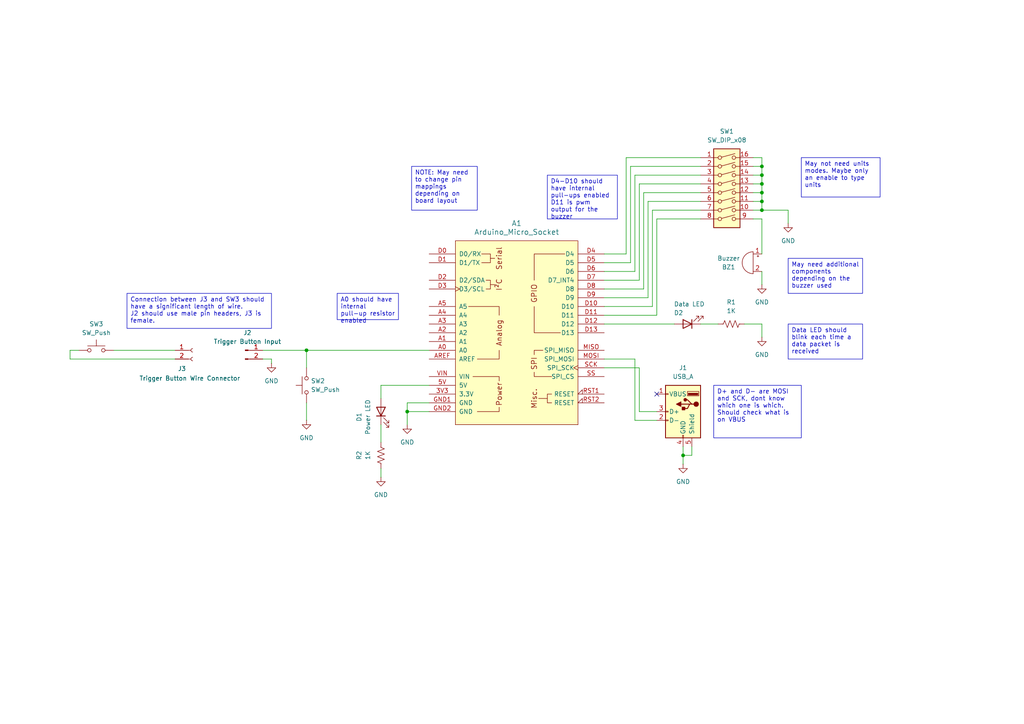
<source format=kicad_sch>
(kicad_sch (version 20231120) (generator "eeschema") (generator_version "8.0")
  (paper "A4")
  (lib_symbols
    (symbol "Connector:Conn_01x02_Pin" (pin_names (offset 1.016) hide)
      (property "Reference" "J" (at 0 2.54 0))
      (property "Value" "Conn_01x02_Pin" (at 0 -5.08 0))
      (symbol "Conn_01x02_Pin_1_1"
        (polyline (pts (xy 1.27 -2.54) (xy 0.8636 -2.54)) (stroke (width 0.1524)))
        (polyline (pts (xy 1.27 0) (xy 0.8636 0)) (stroke (width 0.1524)))
        (rectangle (start 0.8636 -2.413) (end 0 -2.667) (stroke (width 0.1524)) (fill (type outline)))
        (rectangle (start 0.8636 0.127) (end 0 -0.127) (stroke (width 0.1524)) (fill (type outline)))
        (pin passive line (at 5.08 0 180) (length 3.81) (name "Pin_1") (number "1"))
        (pin passive line (at 5.08 -2.54 180) (length 3.81) (name "Pin_2") (number "2"))
      )
    )
    (symbol "Connector:Conn_01x02_Socket" (pin_names (offset 1.016) hide)
      (property "Reference" "J" (at 0 2.54 0))
      (property "Value" "Conn_01x02_Socket" (at 0 -5.08 0))
      (symbol "Conn_01x02_Socket_1_1"
        (arc (start 0 -2.032) (mid -0.5058 -2.54) (end 0 -3.048) (stroke (width 0.1524)))
        (polyline (pts (xy -1.27 -2.54) (xy -0.508 -2.54)) (stroke (width 0.1524)))
        (polyline (pts (xy -1.27 0) (xy -0.508 0)) (stroke (width 0.1524)))
        (arc (start 0 0.508) (mid -0.5058 0) (end 0 -0.508) (stroke (width 0.1524)))
        (pin passive line (at -5.08 0 0) (length 3.81) (name "Pin_1") (number "1"))
        (pin passive line (at -5.08 -2.54 0) (length 3.81) (name "Pin_2") (number "2"))
      )
    )
    (symbol "Connector:USB_A" (pin_names (offset 1.016))
      (property "Reference" "J" (at -5.08 11.43 0))
      (property "Value" "USB_A" (at -5.08 8.89 0))
      (symbol "USB_A_0_1"
        (rectangle (start -5.08 -7.62) (end 5.08 7.62) (stroke (width 0.254)) (fill (type background)))
        (circle (center -3.81 2.159) (radius 0.635) (stroke (width 0.254)) (fill (type outline)))
        (rectangle (start -1.524 4.826) (end -4.318 5.334) (fill (type outline)))
        (rectangle (start -1.27 4.572) (end -4.572 5.842))
        (circle (center -0.635 3.429) (radius 0.381) (stroke (width 0.254)) (fill (type outline)))
        (rectangle (start -0.127 -7.62) (end 0.127 -6.858))
        (polyline (pts (xy -3.175 2.159) (xy -2.54 2.159) (xy -1.27 3.429) (xy -0.635 3.429)) (stroke (width 0.254)))
        (polyline (pts (xy -2.54 2.159) (xy -1.905 2.159) (xy -1.27 0.889) (xy 0 0.889)) (stroke (width 0.254)))
        (polyline (pts (xy 0.635 2.794) (xy 0.635 1.524) (xy 1.905 2.159) (xy 0.635 2.794)) (stroke (width 0.254)) (fill (type outline)))
        (rectangle (start 0.254 1.27) (end -0.508 0.508) (stroke (width 0.254)) (fill (type outline)))
        (rectangle (start 5.08 -2.667) (end 4.318 -2.413))
        (rectangle (start 5.08 -0.127) (end 4.318 0.127))
        (rectangle (start 5.08 4.953) (end 4.318 5.207))
      )
      (symbol "USB_A_1_1"
        (polyline (pts (xy -1.905 2.159) (xy 0.635 2.159)) (stroke (width 0.254)))
        (pin power_in line (at 7.62 5.08 180) (length 2.54) (name "VBUS") (number "1"))
        (pin bidirectional line (at 7.62 -2.54 180) (length 2.54) (name "D-") (number "2"))
        (pin bidirectional line (at 7.62 0 180) (length 2.54) (name "D+") (number "3"))
        (pin power_in line (at 0 -10.16 90) (length 2.54) (name "GND") (number "4"))
        (pin passive line (at -2.54 -10.16 90) (length 2.54) (name "Shield") (number "5"))
      )
    )
    (symbol "Device:Buzzer" (pin_names (offset 0.0254) hide)
      (property "Reference" "BZ" (at 3.81 1.27 0))
      (property "Value" "Buzzer" (at 3.81 -1.27 0))
      (symbol "Buzzer_0_1"
        (arc (start 0 -3.175) (mid 3.1612 0) (end 0 3.175))
        (polyline (pts (xy -1.651 1.905) (xy -1.143 1.905)))
        (polyline (pts (xy -1.397 2.159) (xy -1.397 1.651)))
        (polyline (pts (xy 0 3.175) (xy 0 -3.175)))
      )
      (symbol "Buzzer_1_1"
        (pin passive line (at -2.54 2.54 0) (length 2.54) (name "+") (number "1"))
        (pin passive line (at -2.54 -2.54 0) (length 2.54) (name "-") (number "2"))
      )
    )
    (symbol "Device:LED" (pin_numbers hide) (pin_names (offset 1.016) hide)
      (property "Reference" "D" (at 0 2.54 0))
      (property "Value" "LED" (at 0 -2.54 0))
      (symbol "LED_0_1"
        (polyline (pts (xy -1.27 -1.27) (xy -1.27 1.27)) (stroke (width 0.254)))
        (polyline (pts (xy -1.27 0) (xy 1.27 0)))
        (polyline (pts (xy 1.27 -1.27) (xy 1.27 1.27) (xy -1.27 0) (xy 1.27 -1.27)) (stroke (width 0.254)))
        (polyline (pts (xy -3.048 -0.762) (xy -4.572 -2.286) (xy -3.81 -2.286) (xy -4.572 -2.286) (xy -4.572 -1.524)))
        (polyline (pts (xy -1.778 -0.762) (xy -3.302 -2.286) (xy -2.54 -2.286) (xy -3.302 -2.286) (xy -3.302 -1.524)))
      )
      (symbol "LED_1_1"
        (pin passive line (at -3.81 0 0) (length 2.54) (name "K") (number "1"))
        (pin passive line (at 3.81 0 180) (length 2.54) (name "A") (number "2"))
      )
    )
    (symbol "Device:R_US" (pin_numbers hide) (pin_names (offset 0))
      (property "Reference" "R" (at 2.54 0 90))
      (property "Value" "R_US" (at -2.54 0 90))
      (symbol "R_US_0_1"
        (polyline (pts (xy 0 -2.286) (xy 0 -2.54)))
        (polyline (pts (xy 0 2.286) (xy 0 2.54)))
        (polyline (pts (xy 0 -0.762) (xy 1.016 -1.143) (xy 0 -1.524) (xy -1.016 -1.905) (xy 0 -2.286)))
        (polyline (pts (xy 0 0.762) (xy 1.016 0.381) (xy 0 0) (xy -1.016 -0.381) (xy 0 -0.762)))
        (polyline (pts (xy 0 2.286) (xy 1.016 1.905) (xy 0 1.524) (xy -1.016 1.143) (xy 0 0.762)))
      )
      (symbol "R_US_1_1"
        (pin passive line (at 0 3.81 270) (length 1.27) (name "~") (number "1"))
        (pin passive line (at 0 -3.81 90) (length 1.27) (name "~") (number "2"))
      )
    )
    (symbol "PCM_arduino-library:Arduino_Micro_Socket" (pin_names (offset 1.016))
      (property "Reference" "A" (at 0 33.02 0))
      (property "Value" "Arduino_Micro_Socket" (at 0 29.21 0))
      (symbol "Arduino_Micro_Socket_0_0"
        (rectangle (start -17.78 26.67) (end 17.78 -26.67) (fill (type background)))
        (polyline (pts (xy -7.62 13.97) (xy -6.35 13.97)))
        (polyline (pts (xy -7.62 21.59) (xy -6.35 21.59)))
        (polyline (pts (xy 8.89 -19.05) (xy 6.35 -19.05)))
        (polyline (pts (xy -11.43 -22.86) (xy -5.08 -22.86) (xy -5.08 -21.59)))
        (polyline (pts (xy -5.08 -13.97) (xy -5.08 -12.7) (xy -12.7 -12.7)))
        (polyline (pts (xy -5.08 -5.08) (xy -5.08 -7.62) (xy -11.43 -7.62)))
        (polyline (pts (xy -5.08 5.08) (xy -5.08 7.62) (xy -13.97 7.62)))
        (polyline (pts (xy 5.08 -11.43) (xy 5.08 -12.7) (xy 10.16 -12.7)))
        (polyline (pts (xy 5.08 7.62) (xy 5.08 0) (xy 12.7 0)))
        (polyline (pts (xy 7.62 -5.08) (xy 5.08 -5.08) (xy 5.08 -6.35)))
        (polyline (pts (xy 13.97 22.86) (xy 5.08 22.86) (xy 5.08 15.24)))
        (polyline (pts (xy -10.16 22.86) (xy -7.62 22.86) (xy -7.62 20.32) (xy -10.16 20.32)))
        (polyline (pts (xy -8.89 15.24) (xy -7.62 15.24) (xy -7.62 12.7) (xy -8.89 12.7)))
        (text "Analog" (at -5.08 0 900) (effects (font (size 1.524 1.524))))
        (text "I²C" (at -5.08 13.97 900) (effects (font (size 1.524 1.524))))
        (text "Misc." (at 5.08 -19.05 900) (effects (font (size 1.524 1.524))))
        (text "Power" (at -5.08 -17.78 900) (effects (font (size 1.524 1.524))))
        (text "Serial" (at -5.08 21.59 900) (effects (font (size 1.524 1.524))))
        (text "SPI" (at 5.08 -8.89 900) (effects (font (size 1.524 1.524))))
      )
      (symbol "Arduino_Micro_Socket_0_1"
        (polyline (pts (xy 10.16 -17.78) (xy 8.89 -17.78) (xy 8.89 -20.32) (xy 10.16 -20.32)))
      )
      (symbol "Arduino_Micro_Socket_1_0"
        (text "GPIO" (at 5.08 11.43 900) (effects (font (size 1.524 1.524))))
      )
      (symbol "Arduino_Micro_Socket_1_1"
        (pin power_out line (at -25.4 -17.78 0) (length 7.62) (name "3.3V") (number "3V3"))
        (pin power_in line (at -25.4 -15.24 0) (length 7.62) (name "5V") (number "5V"))
        (pin bidirectional line (at -25.4 -5.08 0) (length 7.62) (name "A0") (number "A0"))
        (pin bidirectional line (at -25.4 -2.54 0) (length 7.62) (name "A1") (number "A1"))
        (pin bidirectional line (at -25.4 0 0) (length 7.62) (name "A2") (number "A2"))
        (pin bidirectional line (at -25.4 2.54 0) (length 7.62) (name "A3") (number "A3"))
        (pin bidirectional line (at -25.4 5.08 0) (length 7.62) (name "A4") (number "A4"))
        (pin bidirectional line (at -25.4 7.62 0) (length 7.62) (name "A5") (number "A5"))
        (pin input line (at -25.4 -7.62 0) (length 7.62) (name "AREF") (number "AREF"))
        (pin bidirectional line (at -25.4 22.86 0) (length 7.62) (name "D0/RX") (number "D0"))
        (pin bidirectional line (at -25.4 20.32 0) (length 7.62) (name "D1/TX") (number "D1"))
        (pin bidirectional line (at 25.4 7.62 180) (length 7.62) (name "D10") (number "D10"))
        (pin bidirectional line (at 25.4 5.08 180) (length 7.62) (name "D11") (number "D11"))
        (pin bidirectional line (at 25.4 2.54 180) (length 7.62) (name "D12") (number "D12"))
        (pin bidirectional line (at 25.4 0 180) (length 7.62) (name "D13") (number "D13"))
        (pin bidirectional line (at -25.4 15.24 0) (length 7.62) (name "D2/SDA") (number "D2"))
        (pin bidirectional clock (at -25.4 12.7 0) (length 7.62) (name "D3/SCL") (number "D3"))
        (pin bidirectional line (at 25.4 22.86 180) (length 7.62) (name "D4") (number "D4"))
        (pin bidirectional line (at 25.4 20.32 180) (length 7.62) (name "D5") (number "D5"))
        (pin bidirectional line (at 25.4 17.78 180) (length 7.62) (name "D6") (number "D6"))
        (pin bidirectional line (at 25.4 15.24 180) (length 7.62) (name "D7_INT4") (number "D7"))
        (pin bidirectional line (at 25.4 12.7 180) (length 7.62) (name "D8") (number "D8"))
        (pin bidirectional line (at 25.4 10.16 180) (length 7.62) (name "D9") (number "D9"))
        (pin power_in line (at -25.4 -20.32 0) (length 7.62) (name "GND") (number "GND1"))
        (pin power_in line (at -25.4 -22.86 0) (length 7.62) (name "GND") (number "GND2"))
        (pin input line (at 25.4 -5.08 180) (length 7.62) (name "SPI_MISO") (number "MISO"))
        (pin output line (at 25.4 -7.62 180) (length 7.62) (name "SPI_MOSI") (number "MOSI"))
        (pin open_collector input_low (at 25.4 -17.78 180) (length 7.62) (name "RESET") (number "RST1"))
        (pin open_collector input_low (at 25.4 -20.32 180) (length 7.62) (name "RESET") (number "RST2"))
        (pin output clock (at 25.4 -10.16 180) (length 7.62) (name "SPI_SCK") (number "SCK"))
        (pin bidirectional line (at 25.4 -12.7 180) (length 7.62) (name "SPI_CS") (number "SS"))
        (pin power_in line (at -25.4 -12.7 0) (length 7.62) (name "VIN") (number "VIN"))
      )
    )
    (symbol "Switch:SW_DIP_x08" (pin_names (offset 0) hide)
      (property "Reference" "SW" (at 0 13.97 0))
      (property "Value" "SW_DIP_x08" (at 0 -11.43 0))
      (symbol "SW_DIP_x08_0_0"
        (circle (center -2.032 -7.62) (radius 0.508))
        (circle (center -2.032 -5.08) (radius 0.508))
        (circle (center -2.032 -2.54) (radius 0.508))
        (circle (center -2.032 0) (radius 0.508))
        (circle (center -2.032 2.54) (radius 0.508))
        (circle (center -2.032 5.08) (radius 0.508))
        (circle (center -2.032 7.62) (radius 0.508))
        (circle (center -2.032 10.16) (radius 0.508))
        (polyline (pts (xy -1.524 -7.4676) (xy 2.3622 -6.4262)))
        (polyline (pts (xy -1.524 -4.9276) (xy 2.3622 -3.8862)))
        (polyline (pts (xy -1.524 -2.3876) (xy 2.3622 -1.3462)))
        (polyline (pts (xy -1.524 0.127) (xy 2.3622 1.1684)))
        (polyline (pts (xy -1.524 2.667) (xy 2.3622 3.7084)))
        (polyline (pts (xy -1.524 5.207) (xy 2.3622 6.2484)))
        (polyline (pts (xy -1.524 7.747) (xy 2.3622 8.7884)))
        (polyline (pts (xy -1.524 10.287) (xy 2.3622 11.3284)))
        (circle (center 2.032 -7.62) (radius 0.508))
        (circle (center 2.032 -5.08) (radius 0.508))
        (circle (center 2.032 -2.54) (radius 0.508))
        (circle (center 2.032 0) (radius 0.508))
        (circle (center 2.032 2.54) (radius 0.508))
        (circle (center 2.032 5.08) (radius 0.508))
        (circle (center 2.032 7.62) (radius 0.508))
        (circle (center 2.032 10.16) (radius 0.508))
      )
      (symbol "SW_DIP_x08_0_1"
        (rectangle (start -3.81 12.7) (end 3.81 -10.16) (stroke (width 0.254)) (fill (type background)))
      )
      (symbol "SW_DIP_x08_1_1"
        (pin passive line (at -7.62 10.16 0) (length 5.08) (name "~") (number "1"))
        (pin passive line (at 7.62 -5.08 180) (length 5.08) (name "~") (number "10"))
        (pin passive line (at 7.62 -2.54 180) (length 5.08) (name "~") (number "11"))
        (pin passive line (at 7.62 0 180) (length 5.08) (name "~") (number "12"))
        (pin passive line (at 7.62 2.54 180) (length 5.08) (name "~") (number "13"))
        (pin passive line (at 7.62 5.08 180) (length 5.08) (name "~") (number "14"))
        (pin passive line (at 7.62 7.62 180) (length 5.08) (name "~") (number "15"))
        (pin passive line (at 7.62 10.16 180) (length 5.08) (name "~") (number "16"))
        (pin passive line (at -7.62 7.62 0) (length 5.08) (name "~") (number "2"))
        (pin passive line (at -7.62 5.08 0) (length 5.08) (name "~") (number "3"))
        (pin passive line (at -7.62 2.54 0) (length 5.08) (name "~") (number "4"))
        (pin passive line (at -7.62 0 0) (length 5.08) (name "~") (number "5"))
        (pin passive line (at -7.62 -2.54 0) (length 5.08) (name "~") (number "6"))
        (pin passive line (at -7.62 -5.08 0) (length 5.08) (name "~") (number "7"))
        (pin passive line (at -7.62 -7.62 0) (length 5.08) (name "~") (number "8"))
        (pin passive line (at 7.62 -7.62 180) (length 5.08) (name "~") (number "9"))
      )
    )
    (symbol "Switch:SW_Push" (pin_numbers hide) (pin_names (offset 1.016) hide)
      (property "Reference" "SW" (at 1.27 2.54 0))
      (property "Value" "SW_Push" (at 0 -1.524 0))
      (symbol "SW_Push_0_1"
        (circle (center -2.032 0) (radius 0.508))
        (polyline (pts (xy 0 1.27) (xy 0 3.048)))
        (polyline (pts (xy 2.54 1.27) (xy -2.54 1.27)))
        (circle (center 2.032 0) (radius 0.508))
        (pin passive line (at -5.08 0 0) (length 2.54) (name "1") (number "1"))
        (pin passive line (at 5.08 0 180) (length 2.54) (name "2") (number "2"))
      )
    )
    (symbol "power:GND" (power) (pin_numbers hide) (pin_names (offset 0) hide)
      (property "Value" "GND" (at 0 -3.81 0))
      (symbol "GND_0_1"
        (polyline (pts (xy 0 0) (xy 0 -1.27) (xy 1.27 -1.27) (xy 0 -2.54) (xy -1.27 -1.27) (xy 0 -1.27)))
      )
      (symbol "GND_1_1"
        (pin power_in line (at 0 0 270) (length 0) (name "~") (number "1"))
      )
    )
  )
  (junction (at 198.12 132.08))
  (junction (at 220.98 50.8))
  (junction (at 88.9 101.6))
  (junction (at 220.98 58.42))
  (junction (at 220.98 53.34))
  (junction (at 220.98 60.96))
  (junction (at 220.98 55.88))
  (junction (at 118.11 119.38))
  (junction (at 220.98 48.26))
  (no_connect (at 190.5 114.3))
  (wire (pts (xy 175.26 93.98) (xy 195.58 93.98)))
  (wire (pts (xy 118.11 116.84) (xy 118.11 119.38)))
  (wire (pts (xy 78.74 104.14) (xy 78.74 105.41)))
  (wire (pts (xy 185.42 53.34) (xy 185.42 81.28)))
  (wire (pts (xy 220.98 93.98) (xy 220.98 97.79)))
  (wire (pts (xy 220.98 50.8) (xy 220.98 48.26)))
  (wire (pts (xy 190.5 63.5) (xy 190.5 91.44)))
  (wire (pts (xy 198.12 129.54) (xy 198.12 132.08)))
  (wire (pts (xy 228.6 60.96) (xy 220.98 60.96)))
  (wire (pts (xy 184.15 121.92) (xy 184.15 104.14)))
  (wire (pts (xy 220.98 55.88) (xy 220.98 53.34)))
  (wire (pts (xy 189.23 60.96) (xy 189.23 88.9)))
  (wire (pts (xy 218.44 50.8) (xy 220.98 50.8)))
  (wire (pts (xy 124.46 116.84) (xy 118.11 116.84)))
  (wire (pts (xy 184.15 78.74) (xy 175.26 78.74)))
  (wire (pts (xy 220.98 60.96) (xy 220.98 58.42)))
  (wire (pts (xy 182.88 48.26) (xy 203.2 48.26)))
  (wire (pts (xy 189.23 60.96) (xy 203.2 60.96)))
  (wire (pts (xy 200.66 132.08) (xy 198.12 132.08)))
  (wire (pts (xy 181.61 73.66) (xy 175.26 73.66)))
  (wire (pts (xy 186.69 83.82) (xy 175.26 83.82)))
  (wire (pts (xy 110.49 135.89) (xy 110.49 138.43)))
  (wire (pts (xy 110.49 111.76) (xy 124.46 111.76)))
  (wire (pts (xy 110.49 115.57) (xy 110.49 111.76)))
  (wire (pts (xy 184.15 50.8) (xy 184.15 78.74)))
  (wire (pts (xy 88.9 101.6) (xy 124.46 101.6)))
  (wire (pts (xy 185.42 106.68) (xy 175.26 106.68)))
  (wire (pts (xy 187.96 86.36) (xy 175.26 86.36)))
  (wire (pts (xy 185.42 81.28) (xy 175.26 81.28)))
  (wire (pts (xy 198.12 132.08) (xy 198.12 134.62)))
  (wire (pts (xy 184.15 50.8) (xy 203.2 50.8)))
  (wire (pts (xy 218.44 53.34) (xy 220.98 53.34)))
  (wire (pts (xy 218.44 48.26) (xy 220.98 48.26)))
  (wire (pts (xy 185.42 119.38) (xy 185.42 106.68)))
  (wire (pts (xy 186.69 55.88) (xy 186.69 83.82)))
  (wire (pts (xy 181.61 45.72) (xy 203.2 45.72)))
  (wire (pts (xy 88.9 101.6) (xy 88.9 106.68)))
  (wire (pts (xy 88.9 116.84) (xy 88.9 121.92)))
  (wire (pts (xy 203.2 93.98) (xy 208.28 93.98)))
  (wire (pts (xy 218.44 58.42) (xy 220.98 58.42)))
  (wire (pts (xy 220.98 63.5) (xy 220.98 73.66)))
  (wire (pts (xy 220.98 45.72) (xy 220.98 48.26)))
  (wire (pts (xy 20.32 101.6) (xy 20.32 104.14)))
  (wire (pts (xy 76.2 101.6) (xy 88.9 101.6)))
  (wire (pts (xy 181.61 45.72) (xy 181.61 73.66)))
  (wire (pts (xy 218.44 55.88) (xy 220.98 55.88)))
  (wire (pts (xy 186.69 55.88) (xy 203.2 55.88)))
  (wire (pts (xy 20.32 101.6) (xy 22.86 101.6)))
  (wire (pts (xy 184.15 104.14) (xy 175.26 104.14)))
  (wire (pts (xy 220.98 53.34) (xy 220.98 50.8)))
  (wire (pts (xy 190.5 63.5) (xy 203.2 63.5)))
  (wire (pts (xy 190.5 119.38) (xy 185.42 119.38)))
  (wire (pts (xy 187.96 58.42) (xy 187.96 86.36)))
  (wire (pts (xy 20.32 104.14) (xy 50.8 104.14)))
  (wire (pts (xy 218.44 45.72) (xy 220.98 45.72)))
  (wire (pts (xy 228.6 64.77) (xy 228.6 60.96)))
  (wire (pts (xy 220.98 78.74) (xy 220.98 82.55)))
  (wire (pts (xy 190.5 91.44) (xy 175.26 91.44)))
  (wire (pts (xy 200.66 129.54) (xy 200.66 132.08)))
  (wire (pts (xy 218.44 63.5) (xy 220.98 63.5)))
  (wire (pts (xy 118.11 119.38) (xy 124.46 119.38)))
  (wire (pts (xy 220.98 58.42) (xy 220.98 55.88)))
  (wire (pts (xy 33.02 101.6) (xy 50.8 101.6)))
  (wire (pts (xy 215.9 93.98) (xy 220.98 93.98)))
  (wire (pts (xy 182.88 76.2) (xy 175.26 76.2)))
  (wire (pts (xy 185.42 53.34) (xy 203.2 53.34)))
  (wire (pts (xy 187.96 58.42) (xy 203.2 58.42)))
  (wire (pts (xy 118.11 119.38) (xy 118.11 123.19)))
  (wire (pts (xy 190.5 121.92) (xy 184.15 121.92)))
  (wire (pts (xy 76.2 104.14) (xy 78.74 104.14)))
  (wire (pts (xy 182.88 48.26) (xy 182.88 76.2)))
  (wire (pts (xy 218.44 60.96) (xy 220.98 60.96)))
  (wire (pts (xy 110.49 128.27) (xy 110.49 123.19)))
  (wire (pts (xy 189.23 88.9) (xy 175.26 88.9)))
  (text_box "May need additional components depending on the buzzer used\n" (at 228.6 74.93 0) (size 21.59 10.16) (effects (font (size 1.27 1.27)) (justify left top)))
  (text_box "NOTE: May need to change pin mappings depending on board layout" (at 119.38 48.26 0) (size 19.05 12.7) (effects (font (size 1.27 1.27)) (justify left top)))
  (text_box "D4-D10 should have internal pull-ups enabled\nD11 is pwm output for the buzzer" (at 158.75 50.8 0) (size 20.32 12.7) (effects (font (size 1.27 1.27)) (justify left top)))
  (text_box "D+ and D- are MOSI and SCK, dont know which one is which.\nShould check what is on VBUS" (at 207.01 111.76 0) (size 25.4 15.24) (effects (font (size 1.27 1.27)) (justify left top)))
  (text_box "A0 should have internal pull-up resistor enabled\n" (at 97.79 85.09 0) (size 17.78 7.62) (effects (font (size 1.27 1.27)) (justify left top)))
  (text_box "May not need units modes. Maybe only an enable to type units" (at 232.41 45.72 0) (size 22.86 11.43) (effects (font (size 1.27 1.27)) (justify left top)))
  (text_box "Connection between J3 and SW3 should have a significant length of wire.\nJ2 should use male pin headers, J3 is female." (at 36.83 85.09 0) (size 41.91 10.16) (effects (font (size 1.27 1.27)) (justify left top)))
  (text_box "Data LED should blink each time a data packet is received" (at 228.6 93.98 0) (size 21.59 10.16) (effects (font (size 1.27 1.27)) (justify left top)))
  (symbol (lib_id "power:GND") (at 228.6 64.77 0) (unit 1)
    (property "Reference" "#PWR02" (effects (hide yes)))
    (property "Value" "GND" (at 228.6 69.85 0))
    (property "Description" "Power symbol creates a global label with name \"GND\" , ground" (effects (hide yes)))
  )
  (symbol (lib_id "PCM_arduino-library:Arduino_Micro_Socket") (at 149.86 96.52 0) (unit 1)
    (property "Reference" "A1" (at 149.86 64.77 0) (effects (font (size 1.524 1.524))))
    (property "Value" "Arduino_Micro_Socket" (at 149.86 67.31 0) (effects (font (size 1.524 1.524))))
    (property "Footprint" "PCM_arduino-library:Arduino_Micro_Socket" (effects (hide yes)))
    (property "Datasheet" "https://docs.arduino.cc/hardware/micro" (effects (hide yes)))
    (property "Description" "Socket for Arduino Micro" (effects (hide yes)))
  )
  (symbol (lib_id "Switch:SW_Push") (at 27.94 101.6 0) (unit 1) (on_board no)
    (property "Reference" "SW3" (at 27.94 93.98 0))
    (property "Value" "SW_Push" (at 27.94 96.52 0))
    (property "Description" "Push button switch, generic, two pins" (effects (hide yes)))
  )
  (symbol (lib_id "Connector:Conn_01x02_Pin") (at 71.12 101.6 0) (unit 1)
    (property "Reference" "J2" (at 71.755 96.52 0))
    (property "Value" "Trigger Button Input" (at 71.755 99.06 0))
    (property "Footprint" "Connector_JST:JST_XH_S2B-XH-A-1_1x02_P2.50mm_Horizontal" (effects (hide yes)))
    (property "Description" "Generic connector, single row, 01x02, script generated" (effects (hide yes)))
  )
  (symbol (lib_id "Connector:Conn_01x02_Socket") (at 55.88 101.6 0) (unit 1) (on_board no)
    (property "Reference" "J3" (at 51.562 106.9339 0) (effects (justify left)))
    (property "Value" "Trigger Button Wire Connector" (at 40.386 109.7279 0) (effects (justify left)))
    (property "Description" "Generic connector, single row, 01x02, script generated" (effects (hide yes)))
  )
  (symbol (lib_id "power:GND") (at 198.12 134.62 0) (unit 1)
    (property "Reference" "#PWR06" (effects (hide yes)))
    (property "Value" "GND" (at 198.12 139.7 0))
    (property "Description" "Power symbol creates a global label with name \"GND\" , ground" (effects (hide yes)))
  )
  (symbol (lib_id "Switch:SW_Push") (at 88.9 111.76 90) (unit 1)
    (property "Reference" "SW2" (at 90.17 110.4899 90) (effects (justify right)))
    (property "Value" "SW_Push" (at 90.17 113.0299 90) (effects (justify right)))
    (property "Footprint" "Button_Switch_THT:SW_PUSH_6mm" (effects (hide yes)))
    (property "Description" "Push button switch, generic, two pins" (effects (hide yes)))
  )
  (symbol (lib_id "Device:R_US") (at 110.49 132.08 180) (unit 1)
    (property "Reference" "R2" (at 104.14 132.08 90))
    (property "Value" "1K" (at 106.68 132.08 90))
    (property "Footprint" "Resistor_THT:R_Axial_DIN0207_L6.3mm_D2.5mm_P10.16mm_Horizontal" (effects (hide yes)))
    (property "Description" "Resistor, US symbol" (effects (hide yes)))
  )
  (symbol (lib_id "power:GND") (at 110.49 138.43 0) (unit 1)
    (property "Reference" "#PWR05" (effects (hide yes)))
    (property "Value" "GND" (at 110.49 143.51 0))
    (property "Description" "Power symbol creates a global label with name \"GND\" , ground" (effects (hide yes)))
  )
  (symbol (lib_id "Device:Buzzer") (at 218.44 76.2 0) (mirror y) (unit 1)
    (property "Reference" "BZ1" (at 211.3349 77.47 0))
    (property "Value" "Buzzer" (at 211.3349 74.93 0))
    (property "Footprint" "Buzzer_Beeper:Buzzer_12x9.5RM7.6" (effects (hide yes)))
    (property "Description" "Buzzer, polarized" (effects (hide yes)))
  )
  (symbol (lib_id "power:GND") (at 220.98 97.79 0) (unit 1)
    (property "Reference" "#PWR03" (effects (hide yes)))
    (property "Value" "GND" (at 220.98 102.87 0))
    (property "Description" "Power symbol creates a global label with name \"GND\" , ground" (effects (hide yes)))
  )
  (symbol (lib_id "Connector:USB_A") (at 198.12 119.38 0) (mirror y) (unit 1)
    (property "Reference" "J1" (at 198.12 106.68 0))
    (property "Value" "USB_A" (at 198.12 109.22 0))
    (property "Footprint" "Connector_USB:USB_A_CONNFLY_DS1095-WNR0" (effects (hide yes)))
    (property "Description" "USB Type A connector" (effects (hide yes)))
  )
  (symbol (lib_id "Switch:SW_DIP_x08") (at 210.82 55.88 0) (unit 1)
    (property "Reference" "SW1" (at 210.82 38.1 0))
    (property "Value" "SW_DIP_x08" (at 210.82 40.64 0))
    (property "Footprint" "Button_Switch_THT:SW_DIP_SPSTx08_Slide_9.78x22.5mm_W7.62mm_P2.54mm" (effects (hide yes)))
    (property "Description" "8x DIP Switch, Single Pole Single Throw (SPST) switch, small symbol" (effects (hide yes)))
  )
  (symbol (lib_id "Device:R_US") (at 212.09 93.98 90) (unit 1)
    (property "Reference" "R1" (at 212.09 87.63 90))
    (property "Value" "1K" (at 212.09 90.17 90))
    (property "Footprint" "Resistor_THT:R_Axial_DIN0207_L6.3mm_D2.5mm_P10.16mm_Horizontal" (effects (hide yes)))
    (property "Description" "Resistor, US symbol" (effects (hide yes)))
  )
  (symbol (lib_id "power:GND") (at 88.9 121.92 0) (unit 1)
    (property "Reference" "#PWR08" (effects (hide yes)))
    (property "Value" "GND" (at 88.9 127 0))
    (property "Description" "Power symbol creates a global label with name \"GND\" , ground" (effects (hide yes)))
  )
  (symbol (lib_id "power:GND") (at 118.11 123.19 0) (unit 1)
    (property "Reference" "#PWR04" (effects (hide yes)))
    (property "Value" "GND" (at 118.11 128.27 0))
    (property "Description" "Power symbol creates a global label with name \"GND\" , ground" (effects (hide yes)))
  )
  (symbol (lib_id "Device:LED") (at 199.39 93.98 180) (unit 1)
    (property "Reference" "D2" (at 195.453 90.7416 0) (effects (justify right)))
    (property "Value" "Data LED" (at 195.453 88.2016 0) (effects (justify right)))
    (property "Footprint" "LED_THT:LED_D3.0mm" (effects (hide yes)))
    (property "Description" "Light emitting diode" (effects (hide yes)))
  )
  (symbol (lib_id "Device:LED") (at 110.49 119.38 90) (unit 1)
    (property "Reference" "D1" (at 104.14 120.9675 0))
    (property "Value" "Power LED" (at 106.68 120.9675 0))
    (property "Footprint" "LED_THT:LED_D3.0mm" (effects (hide yes)))
    (property "Description" "Light emitting diode" (effects (hide yes)))
  )
  (symbol (lib_id "power:GND") (at 220.98 82.55 0) (unit 1)
    (property "Reference" "#PWR01" (effects (hide yes)))
    (property "Value" "GND" (at 220.98 87.63 0))
    (property "Description" "Power symbol creates a global label with name \"GND\" , ground" (effects (hide yes)))
  )
  (symbol (lib_id "power:GND") (at 78.74 105.41 0) (unit 1)
    (property "Reference" "#PWR07" (effects (hide yes)))
    (property "Value" "GND" (at 78.74 110.49 0))
    (property "Description" "Power symbol creates a global label with name \"GND\" , ground" (effects (hide yes)))
  )
)
</source>
